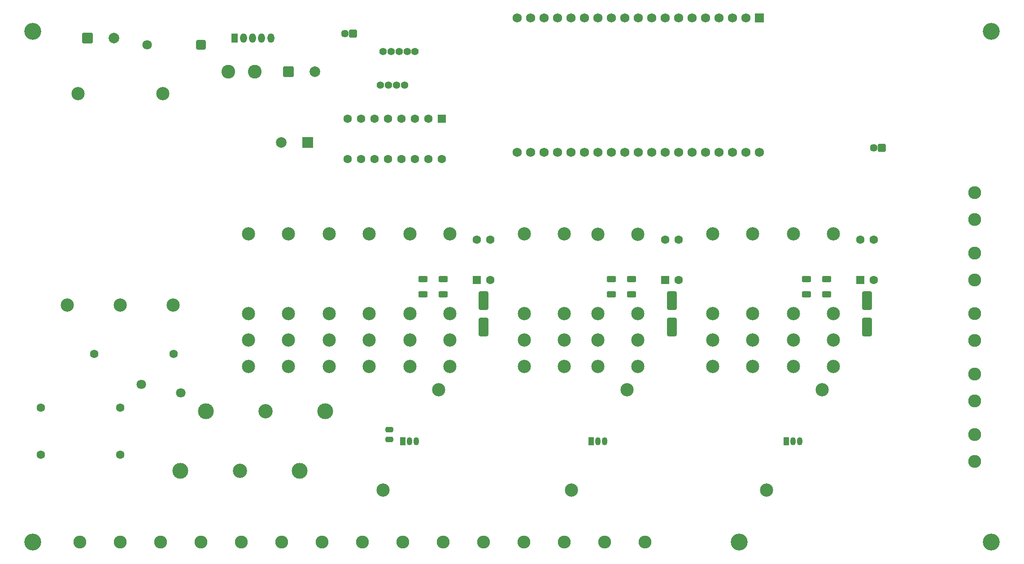
<source format=gbr>
%TF.GenerationSoftware,KiCad,Pcbnew,9.0.7*%
%TF.CreationDate,2026-02-09T15:58:26+01:00*%
%TF.ProjectId,SaunaPCB,5361756e-6150-4434-922e-6b696361645f,0.0.1*%
%TF.SameCoordinates,Original*%
%TF.FileFunction,Soldermask,Bot*%
%TF.FilePolarity,Negative*%
%FSLAX46Y46*%
G04 Gerber Fmt 4.6, Leading zero omitted, Abs format (unit mm)*
G04 Created by KiCad (PCBNEW 9.0.7) date 2026-02-09 15:58:26*
%MOMM*%
%LPD*%
G01*
G04 APERTURE LIST*
G04 Aperture macros list*
%AMRoundRect*
0 Rectangle with rounded corners*
0 $1 Rounding radius*
0 $2 $3 $4 $5 $6 $7 $8 $9 X,Y pos of 4 corners*
0 Add a 4 corners polygon primitive as box body*
4,1,4,$2,$3,$4,$5,$6,$7,$8,$9,$2,$3,0*
0 Add four circle primitives for the rounded corners*
1,1,$1+$1,$2,$3*
1,1,$1+$1,$4,$5*
1,1,$1+$1,$6,$7*
1,1,$1+$1,$8,$9*
0 Add four rect primitives between the rounded corners*
20,1,$1+$1,$2,$3,$4,$5,0*
20,1,$1+$1,$4,$5,$6,$7,0*
20,1,$1+$1,$6,$7,$8,$9,0*
20,1,$1+$1,$8,$9,$2,$3,0*%
G04 Aperture macros list end*
%ADD10RoundRect,0.250000X0.550000X-0.550000X0.550000X0.550000X-0.550000X0.550000X-0.550000X-0.550000X0*%
%ADD11C,1.600000*%
%ADD12C,1.800000*%
%ADD13C,2.454000*%
%ADD14RoundRect,0.250000X-0.550000X0.550000X-0.550000X-0.550000X0.550000X-0.550000X0.550000X0.550000X0*%
%ADD15C,2.500000*%
%ADD16R,1.050000X1.500000*%
%ADD17O,1.050000X1.500000*%
%ADD18C,2.700000*%
%ADD19C,3.000000*%
%ADD20R,1.275000X1.800000*%
%ADD21O,1.275000X1.800000*%
%ADD22C,1.412000*%
%ADD23RoundRect,0.102000X-0.619000X-0.619000X0.619000X-0.619000X0.619000X0.619000X-0.619000X0.619000X0*%
%ADD24C,1.442000*%
%ADD25R,2.000000X2.000000*%
%ADD26C,2.000000*%
%ADD27C,3.200000*%
%ADD28RoundRect,0.250000X0.650000X0.650000X-0.650000X0.650000X-0.650000X-0.650000X0.650000X-0.650000X0*%
%ADD29RoundRect,0.250000X-0.750000X-0.750000X0.750000X-0.750000X0.750000X0.750000X-0.750000X0.750000X0*%
%ADD30C,2.600000*%
%ADD31RoundRect,0.102000X-0.765000X0.765000X-0.765000X-0.765000X0.765000X-0.765000X0.765000X0.765000X0*%
%ADD32C,1.734000*%
%ADD33RoundRect,0.250000X-0.650000X1.500000X-0.650000X-1.500000X0.650000X-1.500000X0.650000X1.500000X0*%
%ADD34RoundRect,0.250000X-0.625000X0.312500X-0.625000X-0.312500X0.625000X-0.312500X0.625000X0.312500X0*%
%ADD35RoundRect,0.250000X0.625000X-0.312500X0.625000X0.312500X-0.625000X0.312500X-0.625000X-0.312500X0*%
%ADD36RoundRect,0.250000X0.475000X-0.250000X0.475000X0.250000X-0.475000X0.250000X-0.475000X-0.250000X0*%
G04 APERTURE END LIST*
D10*
%TO.C,U204*%
X183495000Y-98980000D03*
D11*
X186035000Y-98980000D03*
X186035000Y-91360000D03*
X183495000Y-91360000D03*
%TD*%
D12*
%TO.C,RV201*%
X84567000Y-118665000D03*
X92067000Y-120298330D03*
%TD*%
D13*
%TO.C,J304*%
X241920000Y-98980000D03*
X241920000Y-93900000D03*
%TD*%
D14*
%TO.C,U301*%
X141336000Y-68500000D03*
D11*
X138796000Y-68500000D03*
X136256000Y-68500000D03*
X133716000Y-68500000D03*
X131176000Y-68500000D03*
X128636000Y-68500000D03*
X126096000Y-68500000D03*
X123556000Y-68500000D03*
X123556000Y-76120000D03*
X126096000Y-76120000D03*
X128636000Y-76120000D03*
X131176000Y-76120000D03*
X133716000Y-76120000D03*
X136256000Y-76120000D03*
X138796000Y-76120000D03*
X141336000Y-76120000D03*
%TD*%
D10*
%TO.C,U205*%
X220325000Y-98975000D03*
D11*
X222865000Y-98975000D03*
X222865000Y-91355000D03*
X220325000Y-91355000D03*
%TD*%
D15*
%TO.C,K206*%
X142800000Y-110290000D03*
X135300000Y-110290000D03*
X142800000Y-105290000D03*
X135300000Y-105290000D03*
X142800000Y-115290000D03*
X135300000Y-115290000D03*
X142800000Y-90290000D03*
X135300000Y-90290000D03*
%TD*%
D13*
%TO.C,J302*%
X241920000Y-121840000D03*
X241920000Y-116760000D03*
%TD*%
D16*
%TO.C,U208*%
X133970000Y-129460000D03*
D17*
X135240000Y-129460000D03*
X136510000Y-129460000D03*
%TD*%
D13*
%TO.C,J203*%
X73010000Y-148510000D03*
X80630000Y-148510000D03*
X88250000Y-148510000D03*
%TD*%
D15*
%TO.C,K207*%
X112320000Y-110290000D03*
X104820000Y-110290000D03*
X112320000Y-105290000D03*
X104820000Y-105290000D03*
X112320000Y-115290000D03*
X104820000Y-115290000D03*
X112320000Y-90290000D03*
X104820000Y-90290000D03*
%TD*%
D13*
%TO.C,J303*%
X241920000Y-110410000D03*
X241920000Y-105330000D03*
%TD*%
D18*
%TO.C,F201*%
X108009000Y-123745000D03*
D19*
X96759000Y-123745000D03*
X119259000Y-123745000D03*
%TD*%
D20*
%TO.C,U202*%
X102220000Y-53260000D03*
D21*
X103920000Y-53260000D03*
X105620000Y-53260000D03*
X107320000Y-53260000D03*
X109020000Y-53260000D03*
%TD*%
D13*
%TO.C,J202*%
X95870000Y-148510000D03*
X103490000Y-148510000D03*
X111110000Y-148510000D03*
%TD*%
D15*
%TO.C,L201*%
X202650000Y-138710000D03*
X213150000Y-119710000D03*
%TD*%
D22*
%TO.C,J306*%
X129748000Y-62120000D03*
X131248000Y-62120000D03*
X132748000Y-62120000D03*
X134248000Y-62120000D03*
%TD*%
D23*
%TO.C,D204*%
X124520000Y-52440000D03*
D24*
X123020000Y-52440000D03*
%TD*%
D25*
%TO.C,LS301*%
X116020785Y-72945000D03*
D26*
X111020785Y-72945000D03*
%TD*%
D27*
%TO.C,H203*%
X245000000Y-52000000D03*
%TD*%
D11*
%TO.C,C202*%
X75670000Y-112950000D03*
X90670000Y-112950000D03*
%TD*%
D28*
%TO.C,D203*%
X95870000Y-54530000D03*
D12*
X85710000Y-54530000D03*
%TD*%
D29*
%TO.C,C205*%
X112380000Y-59610000D03*
D26*
X117380000Y-59610000D03*
%TD*%
D13*
%TO.C,J201*%
X141590000Y-148510000D03*
X149210000Y-148510000D03*
X156830000Y-148510000D03*
%TD*%
D15*
%TO.C,L204*%
X130260000Y-138710000D03*
X140760000Y-119710000D03*
%TD*%
D27*
%TO.C,H202*%
X64120000Y-148510000D03*
%TD*%
D15*
%TO.C,K202*%
X215190000Y-110290000D03*
X207690000Y-110290000D03*
X215190000Y-105290000D03*
X207690000Y-105290000D03*
X215190000Y-115290000D03*
X207690000Y-115290000D03*
X215190000Y-90290000D03*
X207690000Y-90290000D03*
%TD*%
D27*
%TO.C,H201*%
X64120000Y-51990000D03*
%TD*%
D15*
%TO.C,K201*%
X199950000Y-110290000D03*
X192450000Y-110290000D03*
X199950000Y-105290000D03*
X192450000Y-105290000D03*
X199950000Y-115290000D03*
X192450000Y-115290000D03*
X199950000Y-90290000D03*
X192450000Y-90290000D03*
%TD*%
D13*
%TO.C,J301*%
X241920000Y-133270000D03*
X241920000Y-128190000D03*
%TD*%
D16*
%TO.C,U207*%
X169530000Y-129460000D03*
D17*
X170800000Y-129460000D03*
X172070000Y-129460000D03*
%TD*%
D27*
%TO.C,H205*%
X197470000Y-148510000D03*
%TD*%
D15*
%TO.C,K203*%
X164390000Y-110290000D03*
X156890000Y-110290000D03*
X164390000Y-105290000D03*
X156890000Y-105290000D03*
X164390000Y-115290000D03*
X156890000Y-115290000D03*
X164390000Y-90290000D03*
X156890000Y-90290000D03*
%TD*%
%TO.C,K205*%
X127560000Y-110290000D03*
X120060000Y-110290000D03*
X127560000Y-105290000D03*
X120060000Y-105290000D03*
X127560000Y-115290000D03*
X120060000Y-115290000D03*
X127560000Y-90290000D03*
X120060000Y-90290000D03*
%TD*%
D10*
%TO.C,U203*%
X147940000Y-98980000D03*
D11*
X150480000Y-98980000D03*
X150480000Y-91360000D03*
X147940000Y-91360000D03*
%TD*%
D13*
%TO.C,J204*%
X241920000Y-87550000D03*
X241920000Y-82470000D03*
%TD*%
%TO.C,J205*%
X164450000Y-148510000D03*
X172070000Y-148510000D03*
X179690000Y-148510000D03*
%TD*%
D11*
%TO.C,C201*%
X65644000Y-123110000D03*
X80644000Y-123110000D03*
%TD*%
D22*
%TO.C,J307*%
X136256000Y-55800000D03*
X134756000Y-55800000D03*
X133256000Y-55800000D03*
X131756000Y-55800000D03*
X130256000Y-55800000D03*
%TD*%
D13*
%TO.C,J206*%
X118730000Y-148510000D03*
X126350000Y-148510000D03*
X133970000Y-148510000D03*
%TD*%
D30*
%TO.C,L203*%
X100990000Y-59610000D03*
X105990000Y-59610000D03*
%TD*%
D23*
%TO.C,J305*%
X224382000Y-74030000D03*
D24*
X222882000Y-74030000D03*
%TD*%
D18*
%TO.C,F202*%
X103236000Y-135048000D03*
D19*
X91986000Y-135048000D03*
X114486000Y-135048000D03*
%TD*%
D27*
%TO.C,H204*%
X245000000Y-148510000D03*
%TD*%
D15*
%TO.C,L202*%
X165820000Y-138710000D03*
X176320000Y-119710000D03*
%TD*%
%TO.C,K204*%
X178300000Y-110330000D03*
X170800000Y-110330000D03*
X178300000Y-105330000D03*
X170800000Y-105330000D03*
X178300000Y-115330000D03*
X170800000Y-115330000D03*
X178300000Y-90330000D03*
X170800000Y-90330000D03*
%TD*%
D31*
%TO.C,U302*%
X201270000Y-49450000D03*
D32*
X198730000Y-49450000D03*
X196190000Y-49450000D03*
X193650000Y-49450000D03*
X191110000Y-49450000D03*
X188570000Y-49450000D03*
X186030000Y-49450000D03*
X183490000Y-49450000D03*
X180950000Y-49450000D03*
X178410000Y-49450000D03*
X175870000Y-49450000D03*
X173330000Y-49450000D03*
X170790000Y-49450000D03*
X168250000Y-49450000D03*
X165710000Y-49450000D03*
X163170000Y-49450000D03*
X160630000Y-49450000D03*
X158090000Y-49450000D03*
X155550000Y-49450000D03*
X155550000Y-74850000D03*
X158090000Y-74850000D03*
X160630000Y-74850000D03*
X163170000Y-74850000D03*
X165710000Y-74850000D03*
X168250000Y-74850000D03*
X170790000Y-74850000D03*
X173330000Y-74850000D03*
X175870000Y-74850000D03*
X178410000Y-74850000D03*
X180950000Y-74850000D03*
X183490000Y-74850000D03*
X186030000Y-74850000D03*
X188570000Y-74850000D03*
X191110000Y-74850000D03*
X193650000Y-74850000D03*
X196190000Y-74850000D03*
X198730000Y-74850000D03*
X201270000Y-74850000D03*
%TD*%
D11*
%TO.C,C203*%
X65644000Y-132000000D03*
X80644000Y-132000000D03*
%TD*%
D16*
%TO.C,U206*%
X206360000Y-129460000D03*
D17*
X207630000Y-129460000D03*
X208900000Y-129460000D03*
%TD*%
D15*
%TO.C,U201*%
X90630000Y-103740000D03*
X80630000Y-103740000D03*
X70630000Y-103740000D03*
X88630000Y-63740000D03*
X72630000Y-63740000D03*
%TD*%
D29*
%TO.C,C204*%
X74452323Y-53260000D03*
D26*
X79452323Y-53260000D03*
%TD*%
D33*
%TO.C,D206*%
X149210000Y-102830000D03*
X149210000Y-107830000D03*
%TD*%
D34*
%TO.C,R207*%
X141590000Y-98787500D03*
X141590000Y-101712500D03*
%TD*%
D35*
%TO.C,R206*%
X210170000Y-101712500D03*
X210170000Y-98787500D03*
%TD*%
D33*
%TO.C,D207*%
X184770000Y-102830000D03*
X184770000Y-107830000D03*
%TD*%
D34*
%TO.C,R209*%
X213980000Y-98787500D03*
X213980000Y-101712500D03*
%TD*%
%TO.C,R208*%
X177150000Y-98787500D03*
X177150000Y-101712500D03*
%TD*%
D36*
%TO.C,C206*%
X131430000Y-129140000D03*
X131430000Y-127240000D03*
%TD*%
D35*
%TO.C,R205*%
X173340000Y-101712500D03*
X173340000Y-98787500D03*
%TD*%
%TO.C,R204*%
X137780000Y-101712500D03*
X137780000Y-98787500D03*
%TD*%
D33*
%TO.C,D208*%
X221600000Y-102830000D03*
X221600000Y-107830000D03*
%TD*%
M02*

</source>
